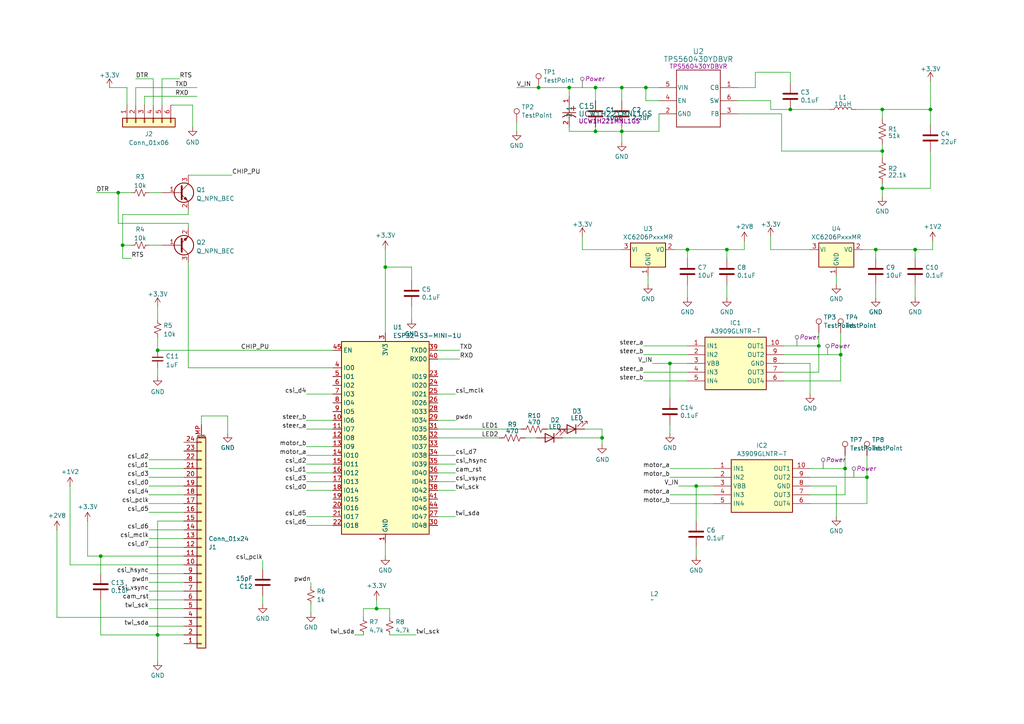
<source format=kicad_sch>
(kicad_sch (version 20231120) (generator "eeschema") (generator_version "8.0")
  (paper "A4")
  (lib_symbols
    (symbol "+3.3V_1" (power) (pin_numbers hide) (pin_names (offset 0) hide)
      (property "Value" "+3.3V" (at 0 3.556 0))
      (symbol "+3.3V_1_1_1"
        (pin power_in line (at 0 0 90) (length 0) (name "~") (number "1"))
      )
    )
    (symbol "Connector:TestPoint" (pin_numbers hide) (pin_names (offset 0.762) hide)
      (property "Reference" "TP" (at 0 6.858 0))
      (property "Value" "TestPoint" (at 0 5.08 0))
      (symbol "TestPoint_1_1"
        (pin passive line (at 0 0 90) (length 2.54) (name "1") (number "1"))
      )
    )
    (symbol "Connector_Generic:Conn_01x06" (pin_names (offset 1.016) hide)
      (property "Reference" "J" (at 0 7.62 0))
      (property "Value" "Conn_01x06" (at 0 -10.16 0))
      (symbol "Conn_01x06_1_1"
        (pin passive line (at -5.08 5.08 0) (length 3.81) (name "Pin_1") (number "1"))
        (pin passive line (at -5.08 2.54 0) (length 3.81) (name "Pin_2") (number "2"))
        (pin passive line (at -5.08 0 0) (length 3.81) (name "Pin_3") (number "3"))
        (pin passive line (at -5.08 -2.54 0) (length 3.81) (name "Pin_4") (number "4"))
        (pin passive line (at -5.08 -5.08 0) (length 3.81) (name "Pin_5") (number "5"))
        (pin passive line (at -5.08 -7.62 0) (length 3.81) (name "Pin_6") (number "6"))
      )
    )
    (symbol "Connector_Generic_MountingPin:Conn_01x24_MountingPin" (pin_names (offset 1.016) hide)
      (property "Reference" "J" (at 0 30.48 0))
      (property "Value" "Conn_01x24_MountingPin" (at 1.27 -33.02 0))
      (symbol "Conn_01x24_MountingPin_1_1"
        (text "Mounting" (at 0 -32.131 0) (effects (font (size 0.381 0.381))))
        (pin passive line (at -5.08 27.94 0) (length 3.81) (name "Pin_1") (number "1"))
        (pin passive line (at -5.08 5.08 0) (length 3.81) (name "Pin_10") (number "10"))
        (pin passive line (at -5.08 2.54 0) (length 3.81) (name "Pin_11") (number "11"))
        (pin passive line (at -5.08 0 0) (length 3.81) (name "Pin_12") (number "12"))
        (pin passive line (at -5.08 -2.54 0) (length 3.81) (name "Pin_13") (number "13"))
        (pin passive line (at -5.08 -5.08 0) (length 3.81) (name "Pin_14") (number "14"))
        (pin passive line (at -5.08 -7.62 0) (length 3.81) (name "Pin_15") (number "15"))
        (pin passive line (at -5.08 -10.16 0) (length 3.81) (name "Pin_16") (number "16"))
        (pin passive line (at -5.08 -12.7 0) (length 3.81) (name "Pin_17") (number "17"))
        (pin passive line (at -5.08 -15.24 0) (length 3.81) (name "Pin_18") (number "18"))
        (pin passive line (at -5.08 -17.78 0) (length 3.81) (name "Pin_19") (number "19"))
        (pin passive line (at -5.08 25.4 0) (length 3.81) (name "Pin_2") (number "2"))
        (pin passive line (at -5.08 -20.32 0) (length 3.81) (name "Pin_20") (number "20"))
        (pin passive line (at -5.08 -22.86 0) (length 3.81) (name "Pin_21") (number "21"))
        (pin passive line (at -5.08 -25.4 0) (length 3.81) (name "Pin_22") (number "22"))
        (pin passive line (at -5.08 -27.94 0) (length 3.81) (name "Pin_23") (number "23"))
        (pin passive line (at -5.08 -30.48 0) (length 3.81) (name "Pin_24") (number "24"))
        (pin passive line (at -5.08 22.86 0) (length 3.81) (name "Pin_3") (number "3"))
        (pin passive line (at -5.08 20.32 0) (length 3.81) (name "Pin_4") (number "4"))
        (pin passive line (at -5.08 17.78 0) (length 3.81) (name "Pin_5") (number "5"))
        (pin passive line (at -5.08 15.24 0) (length 3.81) (name "Pin_6") (number "6"))
        (pin passive line (at -5.08 12.7 0) (length 3.81) (name "Pin_7") (number "7"))
        (pin passive line (at -5.08 10.16 0) (length 3.81) (name "Pin_8") (number "8"))
        (pin passive line (at -5.08 7.62 0) (length 3.81) (name "Pin_9") (number "9"))
        (pin passive line (at 0 -35.56 90) (length 3.048) (name "MountPin") (number "MP"))
      )
    )
    (symbol "Device:C" (pin_numbers hide) (pin_names (offset 0.254))
      (property "Reference" "C" (at 0.635 2.54 0))
      (property "Value" "C" (at 0.635 -2.54 0))
      (symbol "C_1_1"
        (pin passive line (at 0 3.81 270) (length 2.794) (name "~") (number "1"))
        (pin passive line (at 0 -3.81 90) (length 2.794) (name "~") (number "2"))
      )
    )
    (symbol "Device:C_Small" (pin_numbers hide) (pin_names (offset 0.254) hide)
      (property "Reference" "C" (at 0.254 1.778 0))
      (property "Value" "C_Small" (at 0.254 -2.032 0))
      (symbol "C_Small_1_1"
        (pin passive line (at 0 2.54 270) (length 2.032) (name "~") (number "1"))
        (pin passive line (at 0 -2.54 90) (length 2.032) (name "~") (number "2"))
      )
    )
    (symbol "Device:L" (pin_numbers hide) (pin_names (offset 1.016) hide)
      (property "Reference" "L" (at -1.27 0 90))
      (property "Value" "L" (at 1.905 0 90))
      (symbol "L_1_1"
        (pin passive line (at 0 3.81 270) (length 1.27) (name "1") (number "1"))
        (pin passive line (at 0 -3.81 90) (length 1.27) (name "2") (number "2"))
      )
    )
    (symbol "Device:LED" (pin_numbers hide) (pin_names (offset 1.016) hide)
      (property "Reference" "D" (at 0 2.54 0))
      (property "Value" "LED" (at 0 -2.54 0))
      (symbol "LED_1_1"
        (pin passive line (at -3.81 0 0) (length 2.54) (name "K") (number "1"))
        (pin passive line (at 3.81 0 180) (length 2.54) (name "A") (number "2"))
      )
    )
    (symbol "Device:Q_NPN_BEC" (pin_names (offset 0) hide)
      (property "Reference" "Q" (at 5.08 1.27 0))
      (property "Value" "Q_NPN_BEC" (at 5.08 -1.27 0))
      (symbol "Q_NPN_BEC_1_1"
        (pin input line (at -5.08 0 0) (length 5.715) (name "B") (number "1"))
        (pin passive line (at 2.54 -5.08 90) (length 2.54) (name "E") (number "2"))
        (pin passive line (at 2.54 5.08 270) (length 2.54) (name "C") (number "3"))
      )
    )
    (symbol "Device:R_Small_US" (pin_numbers hide) (pin_names (offset 0.254) hide)
      (property "Reference" "R" (at 0.762 0.508 0))
      (property "Value" "R_Small_US" (at 0.762 -1.016 0))
      (symbol "R_Small_US_1_1"
        (pin passive line (at 0 2.54 270) (length 1.016) (name "~") (number "1"))
        (pin passive line (at 0 -2.54 90) (length 1.016) (name "~") (number "2"))
      )
    )
    (symbol "Device:R_US" (pin_numbers hide) (pin_names (offset 0))
      (property "Reference" "R" (at 2.54 0 90))
      (property "Value" "R_US" (at -2.54 0 90))
      (symbol "R_US_1_1"
        (pin passive line (at 0 3.81 270) (length 1.27) (name "~") (number "1"))
        (pin passive line (at 0 -3.81 90) (length 1.27) (name "~") (number "2"))
      )
    )
    (symbol "MyLibrary:TPS560430YDBVR" (pin_names (offset 0.254))
      (property "Reference" "U" (at -1.27 10.16 0))
      (property "Value" "TPS560430YDBVR" (at 3.81 -10.16 0))
      (property "ManufacturerPartNumber" "TPS560430YDBVR" (at 0 0 0))
      (symbol "TPS560430YDBVR_0_1"
        (pin power_in line (at 11.43 3.81 180) (length 5.08) (name "CB") (number "1"))
        (pin power_in line (at -11.43 -3.81 0) (length 5.08) (name "GND") (number "2"))
        (pin input line (at 11.43 -3.81 180) (length 5.08) (name "FB") (number "3"))
        (pin input line (at -11.43 0 0) (length 5.08) (name "EN") (number "4"))
        (pin power_in line (at -11.43 3.81 0) (length 5.08) (name "VIN") (number "5"))
        (pin power_in line (at 11.43 0 180) (length 5.08) (name "SW") (number "6"))
      )
    )
    (symbol "RF_Module:ESP32-S3-MINI-1U"
      (property "Reference" "U" (at -11.43 29.21 0))
      (property "Value" "ESP32-S3-MINI-1U" (at 12.7 29.21 0))
      (symbol "ESP32-S3-MINI-1U_1_1"
        (pin power_in line (at 0 -30.48 90) (length 2.54) (name "GND") (number "1"))
        (pin bidirectional line (at -15.24 5.08 0) (length 2.54) (name "IO6") (number "10"))
        (pin bidirectional line (at -15.24 2.54 0) (length 2.54) (name "IO7") (number "11"))
        (pin bidirectional line (at -15.24 0 0) (length 2.54) (name "IO8") (number "12"))
        (pin bidirectional line (at -15.24 -2.54 0) (length 2.54) (name "IO9") (number "13"))
        (pin bidirectional line (at -15.24 -5.08 0) (length 2.54) (name "IO10") (number "14"))
        (pin bidirectional line (at -15.24 -7.62 0) (length 2.54) (name "IO11") (number "15"))
        (pin bidirectional line (at -15.24 -10.16 0) (length 2.54) (name "IO12") (number "16"))
        (pin bidirectional line (at -15.24 -12.7 0) (length 2.54) (name "IO13") (number "17"))
        (pin bidirectional line (at -15.24 -15.24 0) (length 2.54) (name "IO14") (number "18"))
        (pin bidirectional line (at -15.24 -17.78 0) (length 2.54) (name "IO15") (number "19"))
        (pin passive line (at 0 -30.48 90) (length 2.54) hide (name "GND") (number "2"))
        (pin bidirectional line (at -15.24 -20.32 0) (length 2.54) (name "IO16") (number "20"))
        (pin bidirectional line (at -15.24 -22.86 0) (length 2.54) (name "IO17") (number "21"))
        (pin bidirectional line (at -15.24 -25.4 0) (length 2.54) (name "IO18") (number "22"))
        (pin bidirectional line (at 15.24 17.78 180) (length 2.54) (name "IO19") (number "23"))
        (pin bidirectional line (at 15.24 15.24 180) (length 2.54) (name "IO20") (number "24"))
        (pin bidirectional line (at 15.24 12.7 180) (length 2.54) (name "IO21") (number "25"))
        (pin bidirectional line (at 15.24 10.16 180) (length 2.54) (name "IO26") (number "26"))
        (pin bidirectional line (at 15.24 -22.86 180) (length 2.54) (name "IO47") (number "27"))
        (pin bidirectional line (at 15.24 7.62 180) (length 2.54) (name "IO33") (number "28"))
        (pin bidirectional line (at 15.24 5.08 180) (length 2.54) (name "IO34") (number "29"))
        (pin power_in line (at 0 30.48 270) (length 2.54) (name "3V3") (number "3"))
        (pin bidirectional line (at 15.24 -25.4 180) (length 2.54) (name "IO48") (number "30"))
        (pin bidirectional line (at 15.24 2.54 180) (length 2.54) (name "IO35") (number "31"))
        (pin bidirectional line (at 15.24 0 180) (length 2.54) (name "IO36") (number "32"))
        (pin bidirectional line (at 15.24 -2.54 180) (length 2.54) (name "IO37") (number "33"))
        (pin bidirectional line (at 15.24 -5.08 180) (length 2.54) (name "IO38") (number "34"))
        (pin bidirectional line (at 15.24 -7.62 180) (length 2.54) (name "IO39") (number "35"))
        (pin bidirectional line (at 15.24 -10.16 180) (length 2.54) (name "IO40") (number "36"))
        (pin bidirectional line (at 15.24 -12.7 180) (length 2.54) (name "IO41") (number "37"))
        (pin bidirectional line (at 15.24 -15.24 180) (length 2.54) (name "IO42") (number "38"))
        (pin bidirectional line (at 15.24 25.4 180) (length 2.54) (name "TXD0") (number "39"))
        (pin bidirectional line (at -15.24 20.32 0) (length 2.54) (name "IO0") (number "4"))
        (pin bidirectional line (at 15.24 22.86 180) (length 2.54) (name "RXD0") (number "40"))
        (pin bidirectional line (at 15.24 -17.78 180) (length 2.54) (name "IO45") (number "41"))
        (pin passive line (at 0 -30.48 90) (length 2.54) hide (name "GND") (number "42"))
        (pin passive line (at 0 -30.48 90) (length 2.54) hide (name "GND") (number "43"))
        (pin bidirectional line (at 15.24 -20.32 180) (length 2.54) (name "IO46") (number "44"))
        (pin input line (at -15.24 25.4 0) (length 2.54) (name "EN") (number "45"))
        (pin passive line (at 0 -30.48 90) (length 2.54) hide (name "GND") (number "46"))
        (pin passive line (at 0 -30.48 90) (length 2.54) hide (name "GND") (number "47"))
        (pin passive line (at 0 -30.48 90) (length 2.54) hide (name "GND") (number "48"))
        (pin passive line (at 0 -30.48 90) (length 2.54) hide (name "GND") (number "49"))
        (pin bidirectional line (at -15.24 17.78 0) (length 2.54) (name "IO1") (number "5"))
        (pin passive line (at 0 -30.48 90) (length 2.54) hide (name "GND") (number "50"))
        (pin passive line (at 0 -30.48 90) (length 2.54) hide (name "GND") (number "51"))
        (pin passive line (at 0 -30.48 90) (length 2.54) hide (name "GND") (number "52"))
        (pin passive line (at 0 -30.48 90) (length 2.54) hide (name "GND") (number "53"))
        (pin passive line (at 0 -30.48 90) (length 2.54) hide (name "GND") (number "54"))
        (pin passive line (at 0 -30.48 90) (length 2.54) hide (name "GND") (number "55"))
        (pin passive line (at 0 -30.48 90) (length 2.54) hide (name "GND") (number "56"))
        (pin passive line (at 0 -30.48 90) (length 2.54) hide (name "GND") (number "57"))
        (pin passive line (at 0 -30.48 90) (length 2.54) hide (name "GND") (number "58"))
        (pin passive line (at 0 -30.48 90) (length 2.54) hide (name "GND") (number "59"))
        (pin bidirectional line (at -15.24 15.24 0) (length 2.54) (name "IO2") (number "6"))
        (pin passive line (at 0 -30.48 90) (length 2.54) hide (name "GND") (number "60"))
        (pin passive line (at 0 -30.48 90) (length 2.54) hide (name "GND") (number "61"))
        (pin passive line (at 0 -30.48 90) (length 2.54) hide (name "GND") (number "62"))
        (pin passive line (at 0 -30.48 90) (length 2.54) hide (name "GND") (number "63"))
        (pin passive line (at 0 -30.48 90) (length 2.54) hide (name "GND") (number "64"))
        (pin passive line (at 0 -30.48 90) (length 2.54) hide (name "GND") (number "65"))
        (pin bidirectional line (at -15.24 12.7 0) (length 2.54) (name "IO3") (number "7"))
        (pin bidirectional line (at -15.24 10.16 0) (length 2.54) (name "IO4") (number "8"))
        (pin bidirectional line (at -15.24 7.62 0) (length 2.54) (name "IO5") (number "9"))
      )
    )
    (symbol "Regulator_Linear:XC6206PxxxMR" (pin_names (offset 0.254))
      (property "Reference" "U" (at -3.81 3.175 0))
      (property "Value" "XC6206PxxxMR" (at 0 3.175 0))
      (symbol "XC6206PxxxMR_1_1"
        (pin power_in line (at 0 -7.62 90) (length 2.54) (name "GND") (number "1"))
        (pin power_out line (at 7.62 0 180) (length 2.54) (name "VO") (number "2"))
        (pin power_in line (at -7.62 0 0) (length 2.54) (name "VI") (number "3"))
      )
    )
    (symbol "UCW1H221MNL1GS_1" (pin_names (offset 0.254))
      (property "Reference" "C" (at 3.81 3.81 0))
      (property "Value" "UCW1H221MNL1GS" (at 3.81 -3.81 0))
      (property "ManufacturerPartNumber" "UCW1H221MNL1GS" (at 5.08 6.35 0))
      (symbol "UCW1H221MNL1GS_1_1_1"
        (pin bidirectional line (at -1.27 0 0) (length 2.54) (name "1") (number "1"))
        (pin bidirectional line (at 7.62 0 180) (length 2.54) (name "2") (number "2"))
      )
      (symbol "UCW1H221MNL1GS_1_1_2"
        (pin unspecified line (at 0 -7.62 90) (length 2.54) (name "") (number "1"))
        (pin unspecified line (at 0 0 270) (length 2.54) (name "") (number "2"))
      )
    )
    (symbol "mylibrary:A3909GLNTR-T"
      (property "Reference" "IC" (at 5.588 7.112 0))
      (property "Value" "A3909GLNTR-T" (at 5.588 4.572 0))
      (symbol "A3909GLNTR-T_1_1"
        (pin passive line (at 0 0 0) (length 5.08) (name "IN1") (number "1"))
        (pin passive line (at 27.94 0 180) (length 5.08) (name "OUT1") (number "10"))
        (pin passive line (at 0 -2.54 0) (length 5.08) (name "IN2") (number "2"))
        (pin passive line (at 0 -5.08 0) (length 5.08) (name "VBB") (number "3"))
        (pin passive line (at 0 -7.62 0) (length 5.08) (name "IN3") (number "4"))
        (pin passive line (at 0 -10.16 0) (length 5.08) (name "IN4") (number "5"))
        (pin passive line (at 27.94 -10.16 180) (length 5.08) (name "OUT4") (number "6"))
        (pin passive line (at 27.94 -7.62 180) (length 5.08) (name "OUT3") (number "7"))
        (pin passive line (at 27.94 -5.08 180) (length 5.08) (name "GND") (number "8"))
        (pin passive line (at 27.94 -2.54 180) (length 5.08) (name "OUT2") (number "9"))
      )
    )
    (symbol "mylibrary:Bird"
      (property "Reference" "L" (at 0 0 0))
    )
    (symbol "power:+1V2" (power) (pin_numbers hide) (pin_names (offset 0) hide)
      (property "Value" "+1V2" (at 0 3.556 0))
      (symbol "+1V2_1_1"
        (pin power_in line (at 0 0 90) (length 0) (name "~") (number "1"))
      )
    )
    (symbol "power:+2V8" (power) (pin_numbers hide) (pin_names (offset 0) hide)
      (property "Value" "+2V8" (at 0 3.556 0))
      (symbol "+2V8_1_1"
        (pin power_in line (at 0 0 90) (length 0) (name "~") (number "1"))
      )
    )
    (symbol "power:+3.3V" (power) (pin_names (offset 0))
      (property "Value" "+3.3V" (at 0 3.556 0))
      (symbol "+3.3V_1_1"
        (pin power_in line (at 0 0 90) (length 0) hide (name "+3.3V") (number "1"))
      )
    )
    (symbol "power:GND" (power) (pin_names (offset 0))
      (property "Value" "GND" (at 0 -3.81 0))
      (symbol "GND_1_1"
        (pin power_in line (at 0 0 270) (length 0) hide (name "GND") (number "1"))
      )
    )
  )
  (junction (at 243.84 102.87))
  (junction (at 156.21 25.4))
  (junction (at 165.1 25.4))
  (junction (at 201.93 140.97))
  (junction (at 210.82 72.39))
  (junction (at 109.22 176.53))
  (junction (at 45.72 184.15))
  (junction (at 269.875 31.75))
  (junction (at 237.49 100.33))
  (junction (at 111.76 77.47))
  (junction (at 35.56 71.12))
  (junction (at 174.625 127))
  (junction (at 199.39 72.39))
  (junction (at 34.29 55.88))
  (junction (at 29.21 161.29))
  (junction (at 45.72 101.6))
  (junction (at 180.34 38.1))
  (junction (at 251.46 138.43))
  (junction (at 229.235 31.75))
  (junction (at 255.905 31.75))
  (junction (at 254 72.39))
  (junction (at 180.34 25.4))
  (junction (at 172.72 25.4))
  (junction (at 265.43 72.39))
  (junction (at 187.325 25.4))
  (junction (at 172.72 38.1))
  (junction (at 194.31 105.41))
  (junction (at 255.905 54.61))
  (junction (at 255.905 43.815))
  (junction (at 245.11 135.89))
  (wire (pts (xy 27.94 55.88) (xy 34.29 55.88)))
  (wire (pts (xy 113.03 179.07) (xy 113.03 176.53)))
  (wire (pts (xy 254 72.39) (xy 265.43 72.39)))
  (wire (pts (xy 255.905 54.61) (xy 255.905 57.15)))
  (wire (pts (xy 265.43 82.55) (xy 265.43 86.36)))
  (wire (pts (xy 180.34 29.21) (xy 180.34 25.4)))
  (wire (pts (xy 43.18 135.89) (xy 53.34 135.89)))
  (wire (pts (xy 96.52 101.6) (xy 45.72 101.6)))
  (wire (pts (xy 76.2 162.56) (xy 76.2 165.1)))
  (wire (pts (xy 227.33 107.95) (xy 237.49 107.95)))
  (wire (pts (xy 245.11 135.89) (xy 245.11 143.51)))
  (wire (pts (xy 180.34 38.1) (xy 180.34 41.275)))
  (wire (pts (xy 243.84 110.49) (xy 243.84 102.87)))
  (wire (pts (xy 269.875 31.75) (xy 255.905 31.75)))
  (wire (pts (xy 229.235 20.955) (xy 229.235 24.13)))
  (wire (pts (xy 35.56 62.23) (xy 35.56 71.12)))
  (wire (pts (xy 53.34 161.29) (xy 29.21 161.29)))
  (wire (pts (xy 119.38 88.9) (xy 119.38 92.71)))
  (wire (pts (xy 269.875 36.195) (xy 269.875 31.75)))
  (wire (pts (xy 194.31 143.51) (xy 207.01 143.51)))
  (wire (pts (xy 269.875 43.815) (xy 269.875 54.61)))
  (wire (pts (xy 43.18 55.88) (xy 46.99 55.88)))
  (wire (pts (xy 88.9 132.08) (xy 96.52 132.08)))
  (wire (pts (xy 172.72 25.4) (xy 180.34 25.4)))
  (wire (pts (xy 111.76 72.39) (xy 111.76 77.47)))
  (wire (pts (xy 88.9 129.54) (xy 96.52 129.54)))
  (wire (pts (xy 111.76 157.48) (xy 111.76 161.29)))
  (wire (pts (xy 254 72.39) (xy 254 74.93)))
  (wire (pts (xy 45.72 106.68) (xy 45.72 109.22)))
  (wire (pts (xy 43.18 140.97) (xy 53.34 140.97)))
  (wire (pts (xy 194.31 135.89) (xy 207.01 135.89)))
  (wire (pts (xy 54.61 106.68) (xy 96.52 106.68)))
  (wire (pts (xy 255.905 54.61) (xy 269.875 54.61)))
  (wire (pts (xy 172.72 36.83) (xy 172.72 38.1)))
  (wire (pts (xy 201.93 140.97) (xy 201.93 151.13)))
  (wire (pts (xy 223.52 29.21) (xy 223.52 31.75)))
  (wire (pts (xy 234.95 72.39) (xy 223.52 72.39)))
  (wire (pts (xy 119.38 77.47) (xy 111.76 77.47)))
  (wire (pts (xy 88.9 124.46) (xy 96.52 124.46)))
  (wire (pts (xy 174.625 127) (xy 174.625 124.46)))
  (wire (pts (xy 265.43 72.39) (xy 265.43 74.93)))
  (wire (pts (xy 255.905 53.34) (xy 255.905 54.61)))
  (wire (pts (xy 31.75 25.4) (xy 36.83 25.4)))
  (wire (pts (xy 29.21 184.15) (xy 45.72 184.15)))
  (wire (pts (xy 127 121.92) (xy 132.08 121.92)))
  (wire (pts (xy 54.61 76.2) (xy 54.61 106.68)))
  (wire (pts (xy 39.37 25.4) (xy 57.15 25.4)))
  (wire (pts (xy 174.625 128.905) (xy 174.625 127)))
  (wire (pts (xy 49.53 30.48) (xy 55.88 30.48)))
  (wire (pts (xy 237.49 100.33) (xy 237.49 96.52)))
  (wire (pts (xy 199.39 82.55) (xy 199.39 86.36)))
  (wire (pts (xy 191.135 38.1) (xy 180.34 38.1)))
  (wire (pts (xy 180.34 72.39) (xy 168.91 72.39)))
  (wire (pts (xy 215.9 72.39) (xy 215.9 69.85)))
  (wire (pts (xy 25.4 161.29) (xy 25.4 151.13)))
  (wire (pts (xy 43.18 168.91) (xy 53.34 168.91)))
  (wire (pts (xy 242.57 80.01) (xy 242.57 82.55)))
  (wire (pts (xy 43.18 176.53) (xy 53.34 176.53)))
  (wire (pts (xy 127 134.62) (xy 132.08 134.62)))
  (wire (pts (xy 213.995 33.02) (xy 226.695 33.02)))
  (wire (pts (xy 254 82.55) (xy 254 86.36)))
  (wire (pts (xy 201.93 158.75) (xy 201.93 161.29)))
  (wire (pts (xy 53.34 148.59) (xy 43.18 148.59)))
  (wire (pts (xy 45.72 151.13) (xy 45.72 184.15)))
  (wire (pts (xy 223.52 31.75) (xy 229.235 31.75)))
  (wire (pts (xy 174.625 124.46) (xy 169.545 124.46)))
  (wire (pts (xy 66.04 120.65) (xy 66.04 125.73)))
  (wire (pts (xy 127 132.08) (xy 132.08 132.08)))
  (wire (pts (xy 105.41 176.53) (xy 109.22 176.53)))
  (wire (pts (xy 46.99 30.48) (xy 46.99 22.86)))
  (wire (pts (xy 194.31 138.43) (xy 207.01 138.43)))
  (wire (pts (xy 194.31 146.05) (xy 207.01 146.05)))
  (wire (pts (xy 227.33 110.49) (xy 243.84 110.49)))
  (wire (pts (xy 55.88 30.48) (xy 55.88 36.83)))
  (wire (pts (xy 227.33 100.33) (xy 237.49 100.33)))
  (wire (pts (xy 54.61 64.77) (xy 54.61 66.04)))
  (wire (pts (xy 43.18 153.67) (xy 53.34 153.67)))
  (wire (pts (xy 201.93 140.97) (xy 207.01 140.97)))
  (wire (pts (xy 105.41 179.07) (xy 105.41 176.53)))
  (wire (pts (xy 255.905 41.91) (xy 255.905 43.815)))
  (wire (pts (xy 191.135 29.21) (xy 187.325 29.21)))
  (wire (pts (xy 102.87 184.15) (xy 105.41 184.15)))
  (wire (pts (xy 242.57 140.97) (xy 242.57 149.86)))
  (wire (pts (xy 20.32 163.83) (xy 53.34 163.83)))
  (wire (pts (xy 54.61 50.8) (xy 67.31 50.8)))
  (wire (pts (xy 43.18 173.99) (xy 53.34 173.99)))
  (wire (pts (xy 186.69 110.49) (xy 199.39 110.49)))
  (wire (pts (xy 234.95 140.97) (xy 242.57 140.97)))
  (wire (pts (xy 226.695 43.815) (xy 255.905 43.815)))
  (wire (pts (xy 234.95 105.41) (xy 234.95 114.3)))
  (wire (pts (xy 250.19 72.39) (xy 254 72.39)))
  (wire (pts (xy 180.34 36.83) (xy 180.34 38.1)))
  (wire (pts (xy 41.91 27.94) (xy 57.15 27.94)))
  (wire (pts (xy 43.18 143.51) (xy 53.34 143.51)))
  (wire (pts (xy 16.51 153.67) (xy 16.51 179.07)))
  (wire (pts (xy 34.29 55.88) (xy 34.29 64.77)))
  (wire (pts (xy 227.33 105.41) (xy 234.95 105.41)))
  (wire (pts (xy 54.61 62.23) (xy 35.56 62.23)))
  (wire (pts (xy 16.51 179.07) (xy 53.34 179.07)))
  (wire (pts (xy 44.45 30.48) (xy 44.45 22.86)))
  (wire (pts (xy 194.31 123.19) (xy 194.31 125.73)))
  (wire (pts (xy 158.75 124.46) (xy 161.925 124.46)))
  (wire (pts (xy 172.72 38.1) (xy 180.34 38.1)))
  (wire (pts (xy 194.31 105.41) (xy 199.39 105.41)))
  (wire (pts (xy 88.9 149.86) (xy 96.52 149.86)))
  (wire (pts (xy 53.34 184.15) (xy 45.72 184.15)))
  (wire (pts (xy 245.11 135.89) (xy 245.11 132.08)))
  (wire (pts (xy 39.37 30.48) (xy 39.37 25.4)))
  (wire (pts (xy 46.99 22.86) (xy 52.07 22.86)))
  (wire (pts (xy 255.905 43.815) (xy 255.905 45.72)))
  (wire (pts (xy 251.46 138.43) (xy 251.46 146.05)))
  (wire (pts (xy 58.42 120.65) (xy 66.04 120.65)))
  (wire (pts (xy 270.51 72.39) (xy 270.51 69.85)))
  (wire (pts (xy 39.37 22.86) (xy 44.45 22.86)))
  (wire (pts (xy 29.21 161.29) (xy 29.21 166.37)))
  (wire (pts (xy 234.95 143.51) (xy 245.11 143.51)))
  (wire (pts (xy 210.82 82.55) (xy 210.82 86.36)))
  (wire (pts (xy 191.135 33.02) (xy 191.135 38.1)))
  (wire (pts (xy 152.4 127) (xy 155.575 127)))
  (wire (pts (xy 163.195 127) (xy 174.625 127)))
  (wire (pts (xy 165.1 38.1) (xy 172.72 38.1)))
  (wire (pts (xy 248.285 31.75) (xy 255.905 31.75)))
  (wire (pts (xy 219.075 20.955) (xy 229.235 20.955)))
  (wire (pts (xy 43.18 156.21) (xy 53.34 156.21)))
  (wire (pts (xy 119.38 81.28) (xy 119.38 77.47)))
  (wire (pts (xy 226.695 33.02) (xy 226.695 43.815)))
  (wire (pts (xy 156.21 25.4) (xy 165.1 25.4)))
  (wire (pts (xy 223.52 72.39) (xy 223.52 68.58)))
  (wire (pts (xy 196.85 140.97) (xy 201.93 140.97)))
  (wire (pts (xy 213.995 29.21) (xy 223.52 29.21)))
  (wire (pts (xy 127 124.46) (xy 151.13 124.46)))
  (wire (pts (xy 168.91 72.39) (xy 168.91 68.58)))
  (wire (pts (xy 113.03 176.53) (xy 109.22 176.53)))
  (wire (pts (xy 165.1 25.4) (xy 165.1 27.94)))
  (wire (pts (xy 45.72 184.15) (xy 45.72 191.77)))
  (wire (pts (xy 195.58 72.39) (xy 199.39 72.39)))
  (wire (pts (xy 255.905 31.75) (xy 255.905 34.29)))
  (wire (pts (xy 88.9 152.4) (xy 96.52 152.4)))
  (wire (pts (xy 43.18 138.43) (xy 53.34 138.43)))
  (wire (pts (xy 213.995 25.4) (xy 219.075 25.4)))
  (wire (pts (xy 88.9 139.7) (xy 96.52 139.7)))
  (wire (pts (xy 113.03 184.15) (xy 120.65 184.15)))
  (wire (pts (xy 88.9 142.24) (xy 96.52 142.24)))
  (wire (pts (xy 43.18 158.75) (xy 53.34 158.75)))
  (wire (pts (xy 234.95 146.05) (xy 251.46 146.05)))
  (wire (pts (xy 186.69 107.95) (xy 199.39 107.95)))
  (wire (pts (xy 210.82 72.39) (xy 215.9 72.39)))
  (wire (pts (xy 127 127) (xy 144.78 127)))
  (wire (pts (xy 34.29 55.88) (xy 38.1 55.88)))
  (wire (pts (xy 53.34 151.13) (xy 45.72 151.13)))
  (wire (pts (xy 172.72 25.4) (xy 172.72 29.21)))
  (wire (pts (xy 127 101.6) (xy 133.35 101.6)))
  (wire (pts (xy 165.1 25.4) (xy 172.72 25.4)))
  (wire (pts (xy 45.72 88.9) (xy 45.72 92.71)))
  (wire (pts (xy 43.18 133.35) (xy 53.34 133.35)))
  (wire (pts (xy 127 139.7) (xy 132.08 139.7)))
  (wire (pts (xy 35.56 71.12) (xy 38.1 71.12)))
  (wire (pts (xy 43.18 166.37) (xy 53.34 166.37)))
  (wire (pts (xy 127 104.14) (xy 133.35 104.14)))
  (wire (pts (xy 187.325 25.4) (xy 191.135 25.4)))
  (wire (pts (xy 34.29 64.77) (xy 54.61 64.77)))
  (wire (pts (xy 43.18 181.61) (xy 53.34 181.61)))
  (wire (pts (xy 88.9 114.3) (xy 96.52 114.3)))
  (wire (pts (xy 35.56 74.93) (xy 38.1 74.93)))
  (wire (pts (xy 234.95 135.89) (xy 245.11 135.89)))
  (wire (pts (xy 210.82 72.39) (xy 210.82 74.93)))
  (wire (pts (xy 149.86 35.56) (xy 149.86 38.1)))
  (wire (pts (xy 88.9 121.92) (xy 96.52 121.92)))
  (wire (pts (xy 180.34 25.4) (xy 187.325 25.4)))
  (wire (pts (xy 234.95 138.43) (xy 251.46 138.43)))
  (wire (pts (xy 189.23 105.41) (xy 194.31 105.41)))
  (wire (pts (xy 186.69 102.87) (xy 199.39 102.87)))
  (wire (pts (xy 127 149.86) (xy 132.08 149.86)))
  (wire (pts (xy 29.21 161.29) (xy 25.4 161.29)))
  (wire (pts (xy 88.9 137.16) (xy 96.52 137.16)))
  (wire (pts (xy 29.21 173.99) (xy 29.21 184.15)))
  (wire (pts (xy 90.17 175.26) (xy 90.17 177.8)))
  (wire (pts (xy 199.39 72.39) (xy 199.39 74.93)))
  (wire (pts (xy 265.43 72.39) (xy 270.51 72.39)))
  (wire (pts (xy 229.235 31.75) (xy 240.665 31.75)))
  (wire (pts (xy 194.31 105.41) (xy 194.31 115.57)))
  (wire (pts (xy 76.2 172.72) (xy 76.2 175.26)))
  (wire (pts (xy 127 142.24) (xy 132.08 142.24)))
  (wire (pts (xy 43.18 71.12) (xy 46.99 71.12)))
  (wire (pts (xy 45.72 97.79) (xy 45.72 101.6)))
  (wire (pts (xy 237.49 100.33) (xy 237.49 107.95)))
  (wire (pts (xy 35.56 71.12) (xy 35.56 74.93)))
  (wire (pts (xy 227.33 102.87) (xy 243.84 102.87)))
  (wire (pts (xy 43.18 171.45) (xy 53.34 171.45)))
  (wire (pts (xy 109.22 176.53) (xy 109.22 173.99)))
  (wire (pts (xy 36.83 25.4) (xy 36.83 30.48)))
  (wire (pts (xy 88.9 134.62) (xy 96.52 134.62)))
  (wire (pts (xy 269.875 23.495) (xy 269.875 31.75)))
  (wire (pts (xy 58.42 123.19) (xy 58.42 120.65)))
  (wire (pts (xy 187.96 80.01) (xy 187.96 82.55)))
  (wire (pts (xy 90.17 168.91) (xy 90.17 170.18)))
  (wire (pts (xy 43.18 146.05) (xy 53.34 146.05)))
  (wire (pts (xy 187.325 29.21) (xy 187.325 25.4)))
  (wire (pts (xy 111.76 77.47) (xy 111.76 96.52)))
  (wire (pts (xy 149.86 25.4) (xy 156.21 25.4)))
  (wire (pts (xy 186.69 100.33) (xy 199.39 100.33)))
  (wire (pts (xy 127 137.16) (xy 132.08 137.16)))
  (wire (pts (xy 127 114.3) (xy 132.08 114.3)))
  (wire (pts (xy 54.61 60.96) (xy 54.61 62.23)))
  (wire (pts (xy 41.91 30.48) (xy 41.91 27.94)))
  (wire (pts (xy 219.075 25.4) (xy 219.075 20.955)))
  (wire (pts (xy 251.46 138.43) (xy 251.46 132.08)))
  (wire (pts (xy 199.39 72.39) (xy 210.82 72.39)))
  (wire (pts (xy 243.84 102.87) (xy 243.84 96.52)))
  (wire (pts (xy 165.1 36.83) (xy 165.1 38.1)))
  (wire (pts (xy 20.32 163.83) (xy 20.32 140.97)))
  (label "csi_hsync" (at 43.18 166.37 180))
  (label "cam_rst" (at 132.08 137.16 0))
  (label "TXD" (at 50.8 25.4 0))
  (label "csi_d6" (at 88.9 152.4 180))
  (label "cam_rst" (at 43.18 173.99 180))
  (label "LED2" (at 139.7 127 0))
  (label "RXD" (at 133.35 104.14 0))
  (label "LED1" (at 139.7 124.46 0))
  (label "twi_sda" (at 43.18 181.61 180))
  (label "pwdn" (at 132.08 121.92 0))
  (label "csi_d7" (at 132.08 132.08 0))
  (label "csi_hsync" (at 132.08 134.62 0))
  (label "DTR" (at 27.94 55.88 0))
  (label "csi_d5" (at 88.9 149.86 180))
  (label "CHIP_PU" (at 67.31 50.8 0))
  (label "V_IN" (at 189.23 105.41 180))
  (label "motor_a" (at 194.31 143.51 180))
  (label "csi_d7" (at 43.18 158.75 180))
  (label "csi_vsync" (at 132.08 139.7 0))
  (label "csi_d3" (at 43.18 138.43 180))
  (label "twi_sda" (at 102.87 184.15 180))
  (label "DTR" (at 39.37 22.86 0))
  (label "V_IN" (at 149.86 25.4 0))
  (label "motor_a" (at 88.9 132.08 180))
  (label "csi_pclk" (at 43.18 146.05 180))
  (label "steer_a" (at 186.69 100.33 180))
  (label "csi_pclk" (at 76.2 162.56 180))
  (label "RTS" (at 38.1 74.93 0))
  (label "csi_d1" (at 88.9 137.16 180))
  (label "csi_d4" (at 43.18 143.51 180))
  (label "pwdn" (at 43.18 168.91 180))
  (label "csi_mclk" (at 43.18 156.21 180))
  (label "TXD" (at 133.35 101.6 0))
  (label "pwdn" (at 90.17 168.91 180))
  (label "csi_d0" (at 43.18 140.97 180))
  (label "RTS" (at 52.07 22.86 0))
  (label "csi_d6" (at 43.18 153.67 180))
  (label "steer_a" (at 186.69 107.95 180))
  (label "motor_a" (at 194.31 135.89 180))
  (label "csi_d1" (at 43.18 135.89 180))
  (label "twi_sda" (at 132.08 149.86 0))
  (label "csi_d3" (at 88.9 139.7 180))
  (label "csi_d0" (at 88.9 142.24 180))
  (label "csi_d2" (at 88.9 134.62 180))
  (label "twi_sck" (at 120.65 184.15 0))
  (label "V_IN" (at 196.85 140.97 180))
  (label "steer_b" (at 186.69 110.49 180))
  (label "csi_mclk" (at 132.08 114.3 0))
  (label "csi_d4" (at 88.9 114.3 180))
  (label "motor_b" (at 194.31 146.05 180))
  (label "twi_sck" (at 43.18 176.53 180))
  (label "steer_b" (at 88.9 121.92 180))
  (label "csi_d5" (at 43.18 148.59 180))
  (label "steer_a" (at 88.9 124.46 180))
  (label "csi_d2" (at 43.18 133.35 180))
  (label "twi_sck" (at 132.08 142.24 0))
  (label "csi_vsync" (at 43.18 171.45 180))
  (label "motor_b" (at 194.31 138.43 180))
  (label "RXD" (at 50.8 27.94 0))
  (label "motor_b" (at 88.9 129.54 180))
  (label "steer_b" (at 186.69 102.87 180))
  (label "CHIP_PU" (at 69.85 101.6 0))
  (netclass_flag "" (length 2.54) (shape round) (at 240.03 102.87 0) (property "Netclass" "Power" (at 240.7285 100.33 0) (effects (font (italic yes)) (justify left))))
  (netclass_flag "" (length 2.54) (shape round) (at 231.14 100.33 0) (property "Netclass" "Power" (at 231.8385 97.79 0) (effects (font (italic yes)) (justify left))))
  (netclass_flag "" (length 2.54) (shape round) (at 238.76 135.89 0) (property "Netclass" "Power" (at 239.4585 133.35 0) (effects (font (italic yes)) (justify left))))
  (netclass_flag "" (length 2.54) (shape round) (at 247.65 138.43 0) (property "Netclass" "Power" (at 248.3485 135.89 0) (effects (font (italic yes)) (justify left))))
  (netclass_flag "" (length 2.54) (shape round) (at 168.91 25.4 0) (property "Netclass" "Power" (at 169.6085 22.86 0) (effects (font (italic yes)) (justify left))))
  (symbol (lib_id "MyLibrary:TPS560430YDBVR") (at 202.565 29.21 0) (unit 1)
    (property "Reference" "U2" (at 202.565 14.9147 0) (effects (font (size 1.524 1.524))))
    (property "Value" "TPS560430YDBVR" (at 202.565 17.1689 0) (effects (font (size 1.524 1.524))))
    (property "Footprint" "footprints2:DBV0006A_L" (effects (hide yes)))
    (property "Datasheet" "TPS560430YDBVR" (effects (hide yes)))
    (property "ManufacturerPartNumber" "TPS560430YDBVR" (at 202.565 19.2565 0))
  )
  (symbol (lib_id "Device:C") (at 119.38 85.09 0) (unit 1)
    (property "Reference" "C5" (at 122.301 83.9216 0) (effects (justify left)))
    (property "Value" "0.1uF" (at 122.301 86.233 0) (effects (justify left)))
    (property "Footprint" "Capacitor_SMD:C_0603_1608Metric" (effects (hide yes)))
    (property "ManufacturerPartNumber" "GRM188R71H104KA93D" (effects (hide yes)))
  )
  (symbol (lib_id "power:GND") (at 210.82 86.36 0) (unit 1)
    (property "Reference" "#PWR019" (effects (hide yes)))
    (property "Value" "GND" (at 210.82 90.4955 0))
  )
  (symbol (lib_id "power:GND") (at 265.43 86.36 0) (unit 1)
    (property "Reference" "#PWR023" (effects (hide yes)))
    (property "Value" "GND" (at 265.43 90.4955 0))
  )
  (symbol (lib_id "mylibrary:A3909GLNTR-T") (at 199.39 100.33 0) (unit 1)
    (property "Reference" "IC1" (at 213.36 93.6455 0))
    (property "Value" "A3909GLNTR-T" (at 213.36 96.0698 0))
    (property "Footprint" "footprints:SOP100P600X175-10N" (effects (hide yes)))
    (property "Datasheet" "http://www.allegromicro.com/~/media/files/datasheets/a3909-datasheet.pdf" (effects (hide yes)))
    (property "Description" "Low Voltage Dual Full-Bridge Motor Driver" (effects (hide yes)))
    (property "Height" "1.75" (effects (hide yes)))
    (property "Mouser Part Number" "250-A3909GLNTR-T" (effects (hide yes)))
    (property "Mouser Price/Stock" "https://www.mouser.co.uk/ProductDetail/Allegro-MicroSystems/A3909GLNTR-T?qs=pUKx8fyJudC%252BMGD7t6mLWQ%3D%3D" (effects (hide yes)))
    (property "Manufacturer_Name" "Allegro Microsystems" (effects (hide yes)))
    (property "Manufacturer_Part_Number" "A3909GLNTR-T" (effects (hide yes)))
  )
  (symbol (lib_id "power:GND") (at 242.57 149.86 0) (unit 1)
    (property "Reference" "#PWR09" (effects (hide yes)))
    (property "Value" "GND" (at 242.57 153.9955 0))
  )
  (symbol (lib_id "Device:C") (at 254 78.74 0) (unit 1)
    (property "Reference" "C9" (at 256.921 77.5716 0) (effects (justify left)))
    (property "Value" "10uF" (at 256.921 79.883 0) (effects (justify left)))
    (property "Footprint" "Capacitor_SMD:C_0603_1608Metric" (effects (hide yes)))
    (property "ManufacturerPartNumber" "GRM188R71H104KA93D" (effects (hide yes)))
  )
  (symbol (lib_id "Device:L") (at 244.475 31.75 90) (unit 1)
    (property "Reference" "L1" (at 244.475 28.2347 90))
    (property "Value" "10uH" (at 244.475 30.1557 90))
    (property "Footprint" "footprints2:SRN3010C2R2M" (effects (hide yes)))
    (property "ManufacturerPartNumber" "SRN3010C-100M" (effects (hide yes)))
  )
  (symbol (lib_id "mylibrary:A3909GLNTR-T") (at 207.01 135.89 0) (unit 1)
    (property "Reference" "IC2" (at 220.98 129.2055 0))
    (property "Value" "A3909GLNTR-T" (at 220.98 131.6298 0))
    (property "Footprint" "footprints:SOP100P600X175-10N" (effects (hide yes)))
    (property "Datasheet" "http://www.allegromicro.com/~/media/files/datasheets/a3909-datasheet.pdf" (effects (hide yes)))
    (property "Description" "Low Voltage Dual Full-Bridge Motor Driver" (effects (hide yes)))
    (property "Height" "1.75" (effects (hide yes)))
    (property "Mouser Part Number" "250-A3909GLNTR-T" (effects (hide yes)))
    (property "Mouser Price/Stock" "https://www.mouser.co.uk/ProductDetail/Allegro-MicroSystems/A3909GLNTR-T?qs=pUKx8fyJudC%252BMGD7t6mLWQ%3D%3D" (effects (hide yes)))
    (property "Manufacturer_Name" "Allegro Microsystems" (effects (hide yes)))
    (property "Manufacturer_Part_Number" "A3909GLNTR-T" (effects (hide yes)))
  )
  (symbol (lib_id "Device:C") (at 76.2 168.91 180) (unit 1)
    (property "Reference" "C12" (at 73.279 170.0784 0) (effects (justify left)))
    (property "Value" "15pF" (at 73.279 167.767 0) (effects (justify left)))
    (property "Footprint" "Capacitor_SMD:C_0603_1608Metric" (effects (hide yes)))
    (property "ManufacturerPartNumber" "GRM188R71H104KA93D" (effects (hide yes)))
  )
  (symbol (lib_id "power:+3.3V") (at 223.52 68.58 0) (unit 1)
    (property "Reference" "#PWR020" (effects (hide yes)))
    (property "Value" "+3.3V" (at 223.52 65.0781 0))
  )
  (symbol (lib_id "Connector:TestPoint") (at 245.11 132.08 0) (unit 1)
    (property "Reference" "TP7" (at 246.507 127.5658 0) (effects (justify left)))
    (property "Value" "TestPoint" (at 246.507 129.9901 0) (effects (justify left)))
    (property "Footprint" "MountingHole:MountingHole_2.2mm_M2_ISO7380_Pad_TopBottom" (effects (hide yes)))
    (property "Description" "test point" (effects (hide yes)))
  )
  (symbol (lib_id "power:GND") (at 254 86.36 0) (unit 1)
    (property "Reference" "#PWR022" (effects (hide yes)))
    (property "Value" "GND" (at 254 90.4955 0))
  )
  (symbol (lib_id "Connector:TestPoint") (at 243.84 96.52 0) (unit 1)
    (property "Reference" "TP4" (at 245.237 92.0058 0) (effects (justify left)))
    (property "Value" "TestPoint" (at 245.237 94.4301 0) (effects (justify left)))
    (property "Footprint" "MountingHole:MountingHole_2.2mm_M2_ISO7380_Pad_TopBottom" (effects (hide yes)))
    (property "Description" "test point" (effects (hide yes)))
  )
  (symbol (lib_id "Device:R_US") (at 255.905 49.53 180) (unit 1)
    (property "Reference" "R2" (at 257.556 48.8863 0) (effects (justify right)))
    (property "Value" "22.1k" (at 257.556 50.8073 0) (effects (justify right)))
    (property "Footprint" "Resistor_SMD:R_0805_2012Metric" (effects (hide yes)))
    (property "ManufacturerPartNumber" "RMCF0805FT22K1" (effects (hide yes)))
  )
  (symbol (lib_id "Connector:TestPoint") (at 156.21 25.4 0) (unit 1)
    (property "Reference" "TP1" (at 157.607 20.8858 0) (effects (justify left)))
    (property "Value" "TestPoint" (at 157.607 23.3101 0) (effects (justify left)))
    (property "Footprint" "MountingHole:MountingHole_2.2mm_M2_ISO7380_Pad_TopBottom" (effects (hide yes)))
    (property "Description" "test point" (effects (hide yes)))
  )
  (symbol (lib_id "Device:C") (at 194.31 119.38 0) (unit 1)
    (property "Reference" "C14" (at 197.231 118.2116 0) (effects (justify left)))
    (property "Value" "0.1uF" (at 197.231 120.523 0) (effects (justify left)))
    (property "Footprint" "Capacitor_SMD:C_0603_1608Metric" (effects (hide yes)))
    (property "ManufacturerPartNumber" "GRM188R71H104KA93D" (effects (hide yes)))
  )
  (symbol (lib_id "mylibrary:Bird") (at 187.96 172.72 0) (unit 1)
    (property "Reference" "L2" (at 188.595 172.2508 0) (effects (justify left)))
    (property "Value" "~" (at 188.595 173.9322 0) (effects (justify left)))
    (property "Footprint" "footprints:bird" (effects (hide yes)))
  )
  (symbol (lib_id "Device:Q_NPN_BEC") (at 52.07 55.88 0) (unit 1)
    (property "Reference" "Q1" (at 56.9214 55.0453 0) (effects (justify left)))
    (property "Value" "Q_NPN_BEC" (at 56.9214 57.5822 0) (effects (justify left)))
    (property "Footprint" "Package_TO_SOT_SMD:SOT-23" (effects (hide yes)))
    (property "ManufacturerPartNumber" "MMSS8050-H-TP" (effects (hide yes)))
  )
  (symbol (lib_id "power:+2V8") (at 215.9 69.85 0) (unit 1)
    (property "Reference" "#PWR017" (effects (hide yes)))
    (property "Value" "+2V8" (at 215.9 65.7169 0))
    (property "Description" "Power symbol creates a global label with name \"+2V8\"" (effects (hide yes)))
  )
  (symbol (lib_id "Device:C") (at 172.72 33.02 0) (unit 1)
    (property "Reference" "C1" (at 175.641 31.8516 0) (effects (justify left)))
    (property "Value" "10uF" (at 175.641 34.163 0) (effects (justify left)))
    (property "Footprint" "Capacitor_SMD:C_1206_3216Metric" (effects (hide yes)))
    (property "ManufacturerPartNumber" "C3216X5R1H106K160AB" (effects (hide yes)))
  )
  (symbol (lib_id "power:GND") (at 66.04 125.73 0) (unit 1)
    (property "Reference" "#PWR014" (effects (hide yes)))
    (property "Value" "GND" (at 66.04 129.8655 0))
  )
  (symbol (lib_id "RF_Module:ESP32-S3-MINI-1U") (at 111.76 127 0) (unit 1)
    (property "Reference" "U1" (at 113.9541 94.9155 0) (effects (justify left)))
    (property "Value" "ESP32-S3-MINI-1U" (at 113.9541 97.3398 0) (effects (justify left)))
    (property "Footprint" "RF_Module:ESP32-S2-MINI-1U" (effects (hide yes)))
    (property "Datasheet" "https://www.espressif.com/sites/default/files/documentation/esp32-s3-mini-1_mini-1u_datasheet_en.pdf" (effects (hide yes)))
    (property "Description" "RF Module, ESP32-S3 SoC, Wi-Fi 802.11b/g/n, Bluetooth, BLE, 32-bit, 3.3V, SMD, external antenna" (effects (hide yes)))
  )
  (symbol (lib_id "Device:R_Small_US") (at 45.72 95.25 0) (unit 1)
    (property "Reference" "R5" (at 47.371 94.4153 0) (effects (justify left)))
    (property "Value" "10k" (at 47.371 96.9522 0) (effects (justify left)))
    (property "Footprint" "Resistor_SMD:R_0805_2012Metric" (effects (hide yes)))
    (property "ManufacturerPartNumber" "RMCF0805FT10K0" (effects (hide yes)))
  )
  (symbol (lib_id "Regulator_Linear:XC6206PxxxMR") (at 187.96 72.39 0) (unit 1)
    (property "Reference" "U3" (at 187.96 66.3405 0))
    (property "Value" "XC6206PxxxMR" (at 187.96 68.7648 0))
    (property "Footprint" "Package_TO_SOT_SMD:SOT-23-3" (effects (hide yes)))
    (property "Datasheet" "https://www.torexsemi.com/file/xc6206/XC6206.pdf" (effects (hide yes)))
    (property "Description" "Positive 60-250mA Low Dropout Regulator, Fixed Output, SOT-23" (effects (hide yes)))
  )
  (symbol (lib_id "Device:R_Small_US") (at 113.03 181.61 180) (unit 1)
    (property "Reference" "R8" (at 114.681 180.3978 0) (effects (justify right)))
    (property "Value" "4.7k" (at 114.681 182.8221 0) (effects (justify right)))
    (property "Footprint" "Resistor_SMD:R_0805_2012Metric" (effects (hide yes)))
    (property "ManufacturerPartNumber" "RMCF0805FT10K0" (effects (hide yes)))
  )
  (symbol (lib_id "power:GND") (at 234.95 114.3 0) (unit 1)
    (property "Reference" "#PWR034" (effects (hide yes)))
    (property "Value" "GND" (at 234.95 118.4355 0))
  )
  (symbol (lib_id "Connector:TestPoint") (at 251.46 132.08 0) (unit 1)
    (property "Reference" "TP8" (at 252.857 127.5658 0) (effects (justify left)))
    (property "Value" "TestPoint" (at 252.857 129.9901 0) (effects (justify left)))
    (property "Footprint" "MountingHole:MountingHole_2.2mm_M2_ISO7380_Pad_TopBottom" (effects (hide yes)))
    (property "Description" "test point" (effects (hide yes)))
  )
  (symbol (lib_id "Device:R_US") (at 154.94 124.46 90) (unit 1)
    (property "Reference" "R10" (at 154.94 120.5611 90))
    (property "Value" "470" (at 154.94 122.4821 90))
    (property "Footprint" "Resistor_SMD:R_0805_2012Metric" (effects (hide yes)))
    (property "ManufacturerPartNumber" "RC0805FR-07470RL" (effects (hide yes)))
  )
  (symbol (lib_id "power:+3.3V") (at 269.875 23.495 0) (unit 1)
    (property "Reference" "#PWR03" (effects (hide yes)))
    (property "Value" "+3.3V" (at 269.875 19.9931 0))
  )
  (symbol (lib_id "power:GND") (at 119.38 92.71 0) (unit 1)
    (property "Reference" "#PWR06" (effects (hide yes)))
    (property "Value" "GND" (at 119.38 96.8455 0))
  )
  (symbol (lib_name "UCW1H221MNL1GS_1") (lib_id "MyLibrary:UCW1H221MNL1GS") (at 165.1 29.21 270) (unit 1)
    (property "Reference" "C15" (at 167.7728 30.7666 90) (effects (font (size 1.524 1.524)) (justify left)))
    (property "Value" "UCW1H221MNL1GS" (at 167.7728 33.0208 90) (effects (font (size 1.524 1.524)) (justify left)))
    (property "Footprint" "footprints2:UCW1H221MNL1GS" (effects (hide yes)))
    (property "Datasheet" "UCW1H221MNL1GS" (effects (hide yes)))
    (property "ManufacturerPartNumber" "UCW1H221MNL1GS" (at 167.7728 35.1084 90) (effects (justify left)))
  )
  (symbol (lib_id "power:GND") (at 255.905 57.15 0) (unit 1)
    (property "Reference" "#PWR02" (effects (hide yes)))
    (property "Value" "GND" (at 255.905 61.2855 0))
  )
  (symbol (lib_id "power:GND") (at 45.72 109.22 0) (unit 1)
    (property "Reference" "#PWR028" (effects (hide yes)))
    (property "Value" "GND" (at 45.72 113.6634 0))
  )
  (symbol (lib_id "Connector_Generic_MountingPin:Conn_01x24_MountingPin") (at 58.42 158.75 0) (mirror x) (unit 1)
    (property "Reference" "J1" (at 60.452 158.6922 0) (effects (justify left)))
    (property "Value" "Conn_01x24" (at 60.452 156.2679 0) (effects (justify left)))
    (property "Footprint" "Connector_FFC-FPC:Hirose_FH12-24S-0.5SH_1x24-1MP_P0.50mm_Horizontal" (effects (hide yes)))
    (property "Description" "Generic connectable mounting pin connector, single row, 01x24, script generated (kicad-library-utils/schlib/autogen/connector/)" (effects (hide yes)))
  )
  (symbol (lib_id "power:+3.3V") (at 168.91 68.58 0) (unit 1)
    (property "Reference" "#PWR016" (effects (hide yes)))
    (property "Value" "+3.3V" (at 168.91 65.0781 0))
  )
  (symbol (lib_id "Device:C") (at 201.93 154.94 0) (unit 1)
    (property "Reference" "C6" (at 204.851 153.7716 0) (effects (justify left)))
    (property "Value" "0.1uF" (at 204.851 156.083 0) (effects (justify left)))
    (property "Footprint" "Capacitor_SMD:C_0603_1608Metric" (effects (hide yes)))
    (property "ManufacturerPartNumber" "GRM188R71H104KA93D" (effects (hide yes)))
  )
  (symbol (lib_id "Device:C") (at 180.34 33.02 0) (unit 1)
    (property "Reference" "C2" (at 183.261 31.8516 0) (effects (justify left)))
    (property "Value" "2.2uF" (at 183.261 34.163 0) (effects (justify left)))
    (property "Footprint" "Capacitor_SMD:C_0603_1608Metric" (effects (hide yes)))
    (property "ManufacturerPartNumber" "GRM188R61H225KE11D" (effects (hide yes)))
  )
  (symbol (lib_name "+3.3V_1") (lib_id "power:+3.3V") (at 111.76 72.39 0) (unit 1)
    (property "Reference" "#PWR05" (effects (hide yes)))
    (property "Value" "+3.3V" (at 111.76 68.2569 0))
    (property "Description" "Power symbol creates a global label with name \"+3.3V\"" (effects (hide yes)))
  )
  (symbol (lib_id "Device:R_Small_US") (at 105.41 181.61 180) (unit 1)
    (property "Reference" "R7" (at 107.061 180.3978 0) (effects (justify right)))
    (property "Value" "4.7k" (at 107.061 182.8221 0) (effects (justify right)))
    (property "Footprint" "Resistor_SMD:R_0805_2012Metric" (effects (hide yes)))
    (property "ManufacturerPartNumber" "RMCF0805FT10K0" (effects (hide yes)))
  )
  (symbol (lib_id "power:GND") (at 149.86 38.1 0) (unit 1)
    (property "Reference" "#PWR04" (effects (hide yes)))
    (property "Value" "GND" (at 149.86 42.2355 0))
  )
  (symbol (lib_id "Device:C") (at 229.235 27.94 0) (unit 1)
    (property "Reference" "C3" (at 232.156 26.7716 0) (effects (justify left)))
    (property "Value" "0.1uF" (at 232.156 29.083 0) (effects (justify left)))
    (property "Footprint" "Capacitor_SMD:C_0603_1608Metric" (effects (hide yes)))
    (property "ManufacturerPartNumber" "GRM188R71H104KA93D" (effects (hide yes)))
  )
  (symbol (lib_id "Device:R_Small_US") (at 90.17 172.72 180) (unit 1)
    (property "Reference" "R6" (at 91.821 171.5078 0) (effects (justify right)))
    (property "Value" "1k" (at 91.821 173.9321 0) (effects (justify right)))
    (property "Footprint" "Resistor_SMD:R_0805_2012Metric" (effects (hide yes)))
    (property "ManufacturerPartNumber" "RMCF0805FT10K0" (effects (hide yes)))
  )
  (symbol (lib_name "+3.3V_1") (lib_id "power:+3.3V") (at 109.22 173.99 0) (unit 1)
    (property "Reference" "#PWR031" (effects (hide yes)))
    (property "Value" "+3.3V" (at 109.22 169.8569 0))
    (property "Description" "Power symbol creates a global label with name \"+3.3V\"" (effects (hide yes)))
  )
  (symbol (lib_id "power:+1V2") (at 20.32 140.97 0) (unit 1)
    (property "Reference" "#PWR010" (effects (hide yes)))
    (property "Value" "+1V2" (at 20.32 136.8369 0))
    (property "Description" "Power symbol creates a global label with name \"+1V2\"" (effects (hide yes)))
  )
  (symbol (lib_id "power:GND") (at 194.31 125.73 0) (unit 1)
    (property "Reference" "#PWR033" (effects (hide yes)))
    (property "Value" "GND" (at 194.31 129.8655 0))
  )
  (symbol (lib_id "power:GND") (at 201.93 161.29 0) (unit 1)
    (property "Reference" "#PWR08" (effects (hide yes)))
    (property "Value" "GND" (at 201.93 165.4255 0))
  )
  (symbol (lib_id "power:GND") (at 187.96 82.55 0) (unit 1)
    (property "Reference" "#PWR015" (effects (hide yes)))
    (property "Value" "GND" (at 187.96 86.6855 0))
  )
  (symbol (lib_id "Device:R_Small_US") (at 40.64 71.12 90) (unit 1)
    (property "Reference" "R4" (at 40.64 66.5312 90))
    (property "Value" "10k" (at 40.64 69.0681 90))
    (property "Footprint" "Resistor_SMD:R_0805_2012Metric" (effects (hide yes)))
    (property "ManufacturerPartNumber" "RMCF0805FT10K0" (effects (hide yes)))
  )
  (symbol (lib_id "Regulator_Linear:XC6206PxxxMR") (at 242.57 72.39 0) (unit 1)
    (property "Reference" "U4" (at 242.57 66.3405 0))
    (property "Value" "XC6206PxxxMR" (at 242.57 68.7648 0))
    (property "Footprint" "Package_TO_SOT_SMD:SOT-23-3" (effects (hide yes)))
    (property "Datasheet" "https://www.torexsemi.com/file/xc6206/XC6206.pdf" (effects (hide yes)))
    (property "Description" "Positive 60-250mA Low Dropout Regulator, Fixed Output, SOT-23" (effects (hide yes)))
  )
  (symbol (lib_id "Device:C") (at 269.875 40.005 0) (unit 1)
    (property "Reference" "C4" (at 272.796 38.8366 0) (effects (justify left)))
    (property "Value" "22uF" (at 272.796 41.148 0) (effects (justify left)))
    (property "Footprint" "Capacitor_SMD:C_0805_2012Metric" (effects (hide yes)))
    (property "ManufacturerPartNumber" "C2012X5R1V226M125AC" (effects (hide yes)))
  )
  (symbol (lib_id "Device:R_US") (at 255.905 38.1 180) (unit 1)
    (property "Reference" "R1" (at 257.556 37.4563 0) (effects (justify right)))
    (property "Value" "51k" (at 257.556 39.3773 0) (effects (justify right)))
    (property "Footprint" "Resistor_SMD:R_0805_2012Metric" (effects (hide yes)))
    (property "ManufacturerPartNumber" "RMCF0805JT51K0" (effects (hide yes)))
  )
  (symbol (lib_id "Device:C_Small") (at 45.72 104.14 0) (unit 1)
    (property "Reference" "C11" (at 48.0441 103.3116 0) (effects (justify left)))
    (property "Value" "1uF" (at 48.0441 105.8485 0) (effects (justify left)))
    (property "Footprint" "Capacitor_SMD:C_0805_2012Metric" (effects (hide yes)))
    (property "ManufacturerPartNumber" "CL21B105KOFNFNE" (effects (hide yes)))
  )
  (symbol (lib_id "power:GND") (at 111.76 161.29 0) (unit 1)
    (property "Reference" "#PWR07" (effects (hide yes)))
    (property "Value" "GND" (at 111.76 165.4255 0))
  )
  (symbol (lib_id "Device:R_US") (at 148.59 127 90) (unit 1)
    (property "Reference" "R9" (at 148.59 123.1011 90))
    (property "Value" "470" (at 148.59 125.0221 90))
    (property "Footprint" "Resistor_SMD:R_0805_2012Metric" (effects (hide yes)))
    (property "ManufacturerPartNumber" "RC0805FR-07470RL" (effects (hide yes)))
  )
  (symbol (lib_id "power:+1V2") (at 270.51 69.85 0) (unit 1)
    (property "Reference" "#PWR024" (effects (hide yes)))
    (property "Value" "+1V2" (at 270.51 65.7169 0))
    (property "Description" "Power symbol creates a global label with name \"+1V2\"" (effects (hide yes)))
  )
  (symbol (lib_id "Connector:TestPoint") (at 237.49 96.52 0) (unit 1)
    (property "Reference" "TP3" (at 238.887 92.0058 0) (effects (justify left)))
    (property "Value" "TestPoint" (at 238.887 94.4301 0) (effects (justify left)))
    (property "Footprint" "MountingHole:MountingHole_2.2mm_M2_ISO7380_Pad_TopBottom" (effects (hide yes)))
    (property "Description" "test point" (effects (hide yes)))
  )
  (symbol (lib_id "power:+2V8") (at 16.51 153.67 0) (unit 1)
    (property "Reference" "#PWR011" (effects (hide yes)))
    (property "Value" "+2V8" (at 16.51 149.5369 0))
    (property "Description" "Power symbol creates a global label with name \"+2V8\"" (effects (hide yes)))
  )
  (symbol (lib_id "power:GND") (at 55.88 36.83 0) (unit 1)
    (property "Reference" "#PWR026" (effects (hide yes)))
    (property "Value" "GND" (at 55.88 41.2734 0))
  )
  (symbol (lib_id "Device:R_Small_US") (at 40.64 55.88 90) (unit 1)
    (property "Reference" "R3" (at 40.64 51.2912 90))
    (property "Value" "10k" (at 40.64 53.8281 90))
    (property "Footprint" "Resistor_SMD:R_0805_2012Metric" (effects (hide yes)))
    (property "ManufacturerPartNumber" "RMCF0805FT10K0" (effects (hide yes)))
  )
  (symbol (lib_id "power:+3.3V") (at 31.75 25.4 0) (unit 1)
    (property "Reference" "#PWR025" (effects (hide yes)))
    (property "Value" "+3.3V" (at 31.75 21.8242 0))
  )
  (symbol (lib_id "Device:C") (at 265.43 78.74 0) (unit 1)
    (property "Reference" "C10" (at 268.351 77.5716 0) (effects (justify left)))
    (property "Value" "0.1uF" (at 268.351 79.883 0) (effects (justify left)))
    (property "Footprint" "Capacitor_SMD:C_0603_1608Metric" (effects (hide yes)))
    (property "ManufacturerPartNumber" "GRM188R71H104KA93D" (effects (hide yes)))
  )
  (symbol (lib_id "power:GND") (at 90.17 177.8 0) (unit 1)
    (property "Reference" "#PWR030" (effects (hide yes)))
    (property "Value" "GND" (at 90.17 181.9355 0))
  )
  (symbol (lib_id "power:GND") (at 45.72 191.77 0) (unit 1)
    (property "Reference" "#PWR012" (effects (hide yes)))
    (property "Value" "GND" (at 45.72 195.9055 0))
  )
  (symbol (lib_id "power:GND") (at 76.2 175.26 0) (unit 1)
    (property "Reference" "#PWR029" (effects (hide yes)))
    (property "Value" "GND" (at 76.2 179.3955 0))
  )
  (symbol (lib_name "+3.3V_1") (lib_id "power:+3.3V") (at 25.4 151.13 0) (unit 1)
    (property "Reference" "#PWR013" (effects (hide yes)))
    (property "Value" "+3.3V" (at 25.4 146.9969 0))
    (property "Description" "Power symbol creates a global label with name \"+3.3V\"" (effects (hide yes)))
  )
  (symbol (lib_id "power:GND") (at 199.39 86.36 0) (unit 1)
    (property "Reference" "#PWR018" (effects (hide yes)))
    (property "Value" "GND" (at 199.39 90.4955 0))
  )
  (symbol (lib_id "power:+3.3V") (at 45.72 88.9 0) (unit 1)
    (property "Reference" "#PWR027" (effects (hide yes)))
    (property "Value" "+3.3V" (at 45.72 85.3242 0))
  )
  (symbol (lib_id "power:GND") (at 180.34 41.275 0) (unit 1)
    (property "Reference" "#PWR01" (effects (hide yes)))
    (property "Value" "GND" (at 180.34 45.4105 0))
  )
  (symbol (lib_id "Device:C") (at 199.39 78.74 0) (unit 1)
    (property "Reference" "C7" (at 202.311 77.5716 0) (effects (justify left)))
    (property "Value" "10uF" (at 202.311 79.883 0) (effects (justify left)))
    (property "Footprint" "Capacitor_SMD:C_0603_1608Metric" (effects (hide yes)))
    (property "ManufacturerPartNumber" "GRM188R71H104KA93D" (effects (hide yes)))
  )
  (symbol (lib_id "Device:LED") (at 159.385 127 180) (unit 1)
    (property "Reference" "D2" (at 160.9725 121.8311 0))
    (property "Value" "LED" (at 160.9725 123.7521 0))
    (property "Footprint" "LED_SMD:LED_0603_1608Metric" (effects (hide yes)))
    (property "ManufacturerPartNumber" "B1911USD-20D000114U1930" (effects (hide yes)))
  )
  (symbol (lib_id "Device:C") (at 29.21 170.18 0) (unit 1)
    (property "Reference" "C13" (at 32.131 169.0116 0) (effects (justify left)))
    (property "Value" "0.1uF" (at 32.131 171.323 0) (effects (justify left)))
    (property "Footprint" "Capacitor_SMD:C_0603_1608Metric" (effects (hide yes)))
    (property "ManufacturerPartNumber" "GRM188R71H104KA93D" (effects (hide yes)))
  )
  (symbol (lib_id "Connector_Generic:Conn_01x06") (at 41.91 35.56 90) (mirror x) (unit 1)
    (property "Reference" "J2" (at 43.18 38.8604 90))
    (property "Value" "Conn_01x06" (at 43.18 41.3973 90))
    (property "Footprint" "Connector_PinHeader_2.54mm:PinHeader_1x06_P2.54mm_Vertical" (effects (hide yes)))
    (property "ManufacturerPartNumber" "TSW-106-07-G-S" (effects (hide yes)))
  )
  (symbol (lib_id "power:GND") (at 174.625 128.905 0) (unit 1)
    (property "Reference" "#PWR032" (effects (hide yes)))
    (property "Value" "GND" (at 174.752 133.2992 0))
  )
  (symbol (lib_id "Device:C") (at 210.82 78.74 0) (unit 1)
    (property "Reference" "C8" (at 213.741 77.5716 0) (effects (justify left)))
    (property "Value" "0.1uF" (at 213.741 79.883 0) (effects (justify left)))
    (property "Footprint" "Capacitor_SMD:C_0603_1608Metric" (effects (hide yes)))
    (property "ManufacturerPartNumber" "GRM188R71H104KA93D" (effects (hide yes)))
  )
  (symbol (lib_id "power:GND") (at 242.57 82.55 0) (unit 1)
    (property "Reference" "#PWR021" (effects (hide yes)))
    (property "Value" "GND" (at 242.57 86.6855 0))
  )
  (symbol (lib_id "Connector:TestPoint") (at 149.86 35.56 0) (unit 1)
    (property "Reference" "TP2" (at 151.257 31.0458 0) (effects (justify left)))
    (property "Value" "TestPoint" (at 151.257 33.4701 0) (effects (justify left)))
    (property "Footprint" "MountingHole:MountingHole_2.2mm_M2_ISO7380_Pad_TopBottom" (effects (hide yes)))
    (property "Description" "test point" (effects (hide yes)))
  )
  (symbol (lib_id "Device:LED") (at 165.735 124.46 180) (unit 1)
    (property "Reference" "D3" (at 167.3225 119.2911 0))
    (property "Value" "LED" (at 167.3225 121.2121 0))
    (property "Footprint" "LED_SMD:LED_0603_1608Metric" (effects (hide yes)))
    (property "ManufacturerPartNumber" "B1911USD-20D000114U1930" (effects (hide yes)))
  )
  (symbol (lib_id "Device:Q_NPN_BEC") (at 52.07 71.12 0) (mirror x) (unit 1)
    (property "Reference" "Q2" (at 56.9214 70.2853 0) (effects (justify left)))
    (property "Value" "Q_NPN_BEC" (at 56.9214 72.8222 0) (effects (justify left)))
    (property "Footprint" "Package_TO_SOT_SMD:SOT-23" (effects (hide yes)))
    (property "ManufacturerPartNumber" "MMSS8050-H-TP" (effects (hide yes)))
  )
)
</source>
